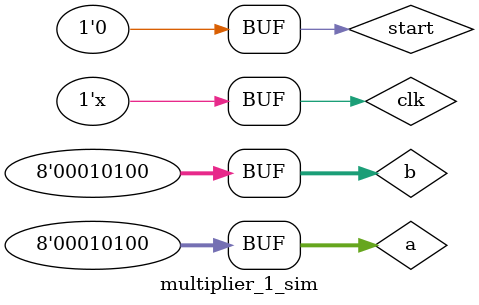
<source format=v>
`timescale 1ns / 1ps


module multiplier_1_sim();
    reg start;    
    reg [7:0] a;
    reg [7:0] b;
    reg clk;
    wire [15:0] out;
    wire done;
    
    multiplier_1_0 Instance_kek(
    .Mcand(a),
    .Mplier(b),
    .clock(clk),
    .Start(start),
    .out(out),
    .Done(done)
    
    );
initial 
    begin
    clk = 0;
    a = 20; b = 20; start = 1; #1000
    start = 0;
end 
    always
        #5 clk = !clk;
endmodule

</source>
